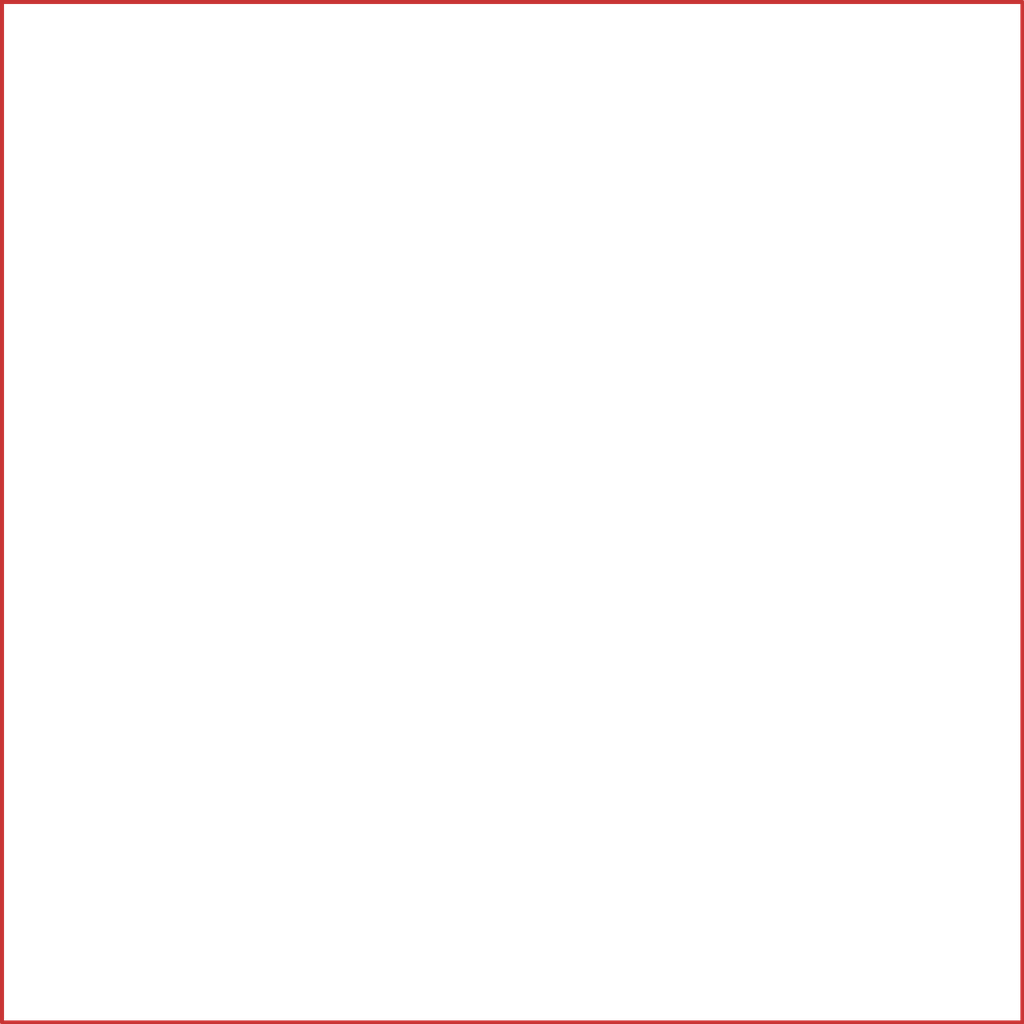
<source format=kicad_pcb>
(kicad_pcb (version 20211014) (generator pcbnew)

  (general
    (thickness 1.6)
  )

  (paper "A4")
  (layers
    (0 "F.Cu" signal)
    (31 "B.Cu" signal)
    (32 "B.Adhes" user "B.Adhesive")
    (33 "F.Adhes" user "F.Adhesive")
    (34 "B.Paste" user)
    (35 "F.Paste" user)
    (36 "B.SilkS" user "B.Silkscreen")
    (37 "F.SilkS" user "F.Silkscreen")
    (38 "B.Mask" user)
    (39 "F.Mask" user)
    (40 "Dwgs.User" user "User.Drawings")
    (41 "Cmts.User" user "User.Comments")
    (42 "Eco1.User" user "User.Eco1")
    (43 "Eco2.User" user "User.Eco2")
    (44 "Edge.Cuts" user)
    (45 "Margin" user)
    (46 "B.CrtYd" user "B.Courtyard")
    (47 "F.CrtYd" user "F.Courtyard")
    (48 "B.Fab" user)
    (49 "F.Fab" user)
    (50 "User.1" user)
    (51 "User.2" user)
    (52 "User.3" user)
    (53 "User.4" user)
    (54 "User.5" user)
    (55 "User.6" user)
    (56 "User.7" user)
    (57 "User.8" user)
    (58 "User.9" user)
  )

  (setup
    (pad_to_mask_clearance 0)
    (pcbplotparams
      (layerselection 0x00010fc_ffffffff)
      (disableapertmacros false)
      (usegerberextensions false)
      (usegerberattributes true)
      (usegerberadvancedattributes true)
      (creategerberjobfile true)
      (svguseinch false)
      (svgprecision 6)
      (excludeedgelayer true)
      (plotframeref false)
      (viasonmask false)
      (mode 1)
      (useauxorigin false)
      (hpglpennumber 1)
      (hpglpenspeed 20)
      (hpglpendiameter 15.000000)
      (dxfpolygonmode true)
      (dxfimperialunits true)
      (dxfusepcbnewfont true)
      (psnegative false)
      (psa4output false)
      (plotreference true)
      (plotvalue true)
      (plotinvisibletext false)
      (sketchpadsonfab false)
      (subtractmaskfromsilk false)
      (outputformat 1)
      (mirror false)
      (drillshape 1)
      (scaleselection 1)
      (outputdirectory "")
    )
  )

  (net 0 "")

  (gr_rect (start 88.9 57.15) (end 139.7 107.95) (layer "F.Cu") (width 0.2) (fill none) (tstamp 47c7ae85-1d36-45e9-b63f-c67c16f29ef4))

)

</source>
